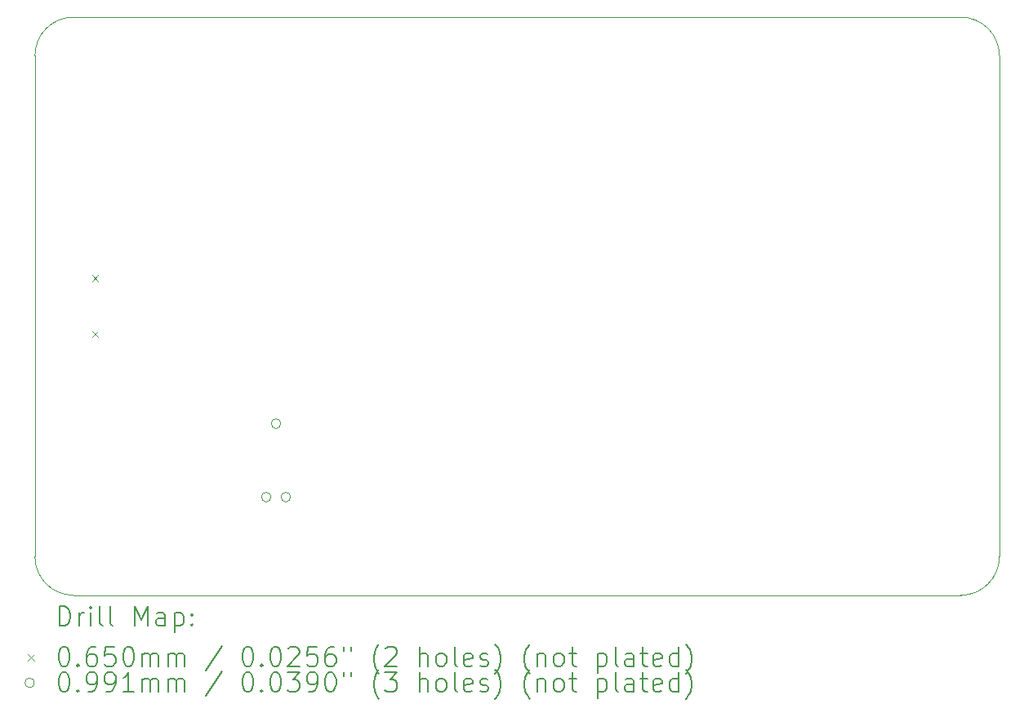
<source format=gbr>
%TF.GenerationSoftware,KiCad,Pcbnew,9.0.2*%
%TF.CreationDate,2025-06-25T17:31:34+02:00*%
%TF.ProjectId,nuku-carrier-template-basic,6e756b75-2d63-4617-9272-6965722d7465,0*%
%TF.SameCoordinates,Original*%
%TF.FileFunction,Drillmap*%
%TF.FilePolarity,Positive*%
%FSLAX45Y45*%
G04 Gerber Fmt 4.5, Leading zero omitted, Abs format (unit mm)*
G04 Created by KiCad (PCBNEW 9.0.2) date 2025-06-25 17:31:34*
%MOMM*%
%LPD*%
G01*
G04 APERTURE LIST*
%ADD10C,0.100000*%
%ADD11C,0.200000*%
G04 APERTURE END LIST*
D10*
X19250000Y-13100000D02*
G75*
G02*
X18850000Y-13500000I-400000J0D01*
G01*
X19250000Y-7900000D02*
X19250000Y-13100000D01*
X9650000Y-7500000D02*
X18850000Y-7500000D01*
X9650000Y-13500000D02*
G75*
G02*
X9250000Y-13100000I0J400000D01*
G01*
X9250000Y-13100000D02*
X9250000Y-7900000D01*
X18850000Y-7500000D02*
G75*
G02*
X19250000Y-7900000I0J-400000D01*
G01*
X18850000Y-13500000D02*
X9650000Y-13500000D01*
X9250000Y-7900000D02*
G75*
G02*
X9650000Y-7500000I400000J0D01*
G01*
D11*
D10*
X9842500Y-10178500D02*
X9907500Y-10243500D01*
X9907500Y-10178500D02*
X9842500Y-10243500D01*
X9842500Y-10756500D02*
X9907500Y-10821500D01*
X9907500Y-10756500D02*
X9842500Y-10821500D01*
X11697930Y-12481000D02*
G75*
G02*
X11598870Y-12481000I-49530J0D01*
G01*
X11598870Y-12481000D02*
G75*
G02*
X11697930Y-12481000I49530J0D01*
G01*
X11799530Y-11719000D02*
G75*
G02*
X11700470Y-11719000I-49530J0D01*
G01*
X11700470Y-11719000D02*
G75*
G02*
X11799530Y-11719000I49530J0D01*
G01*
X11901130Y-12481000D02*
G75*
G02*
X11802070Y-12481000I-49530J0D01*
G01*
X11802070Y-12481000D02*
G75*
G02*
X11901130Y-12481000I49530J0D01*
G01*
D11*
X9505777Y-13816484D02*
X9505777Y-13616484D01*
X9505777Y-13616484D02*
X9553396Y-13616484D01*
X9553396Y-13616484D02*
X9581967Y-13626008D01*
X9581967Y-13626008D02*
X9601015Y-13645055D01*
X9601015Y-13645055D02*
X9610539Y-13664103D01*
X9610539Y-13664103D02*
X9620063Y-13702198D01*
X9620063Y-13702198D02*
X9620063Y-13730769D01*
X9620063Y-13730769D02*
X9610539Y-13768865D01*
X9610539Y-13768865D02*
X9601015Y-13787912D01*
X9601015Y-13787912D02*
X9581967Y-13806960D01*
X9581967Y-13806960D02*
X9553396Y-13816484D01*
X9553396Y-13816484D02*
X9505777Y-13816484D01*
X9705777Y-13816484D02*
X9705777Y-13683150D01*
X9705777Y-13721246D02*
X9715301Y-13702198D01*
X9715301Y-13702198D02*
X9724824Y-13692674D01*
X9724824Y-13692674D02*
X9743872Y-13683150D01*
X9743872Y-13683150D02*
X9762920Y-13683150D01*
X9829586Y-13816484D02*
X9829586Y-13683150D01*
X9829586Y-13616484D02*
X9820063Y-13626008D01*
X9820063Y-13626008D02*
X9829586Y-13635531D01*
X9829586Y-13635531D02*
X9839110Y-13626008D01*
X9839110Y-13626008D02*
X9829586Y-13616484D01*
X9829586Y-13616484D02*
X9829586Y-13635531D01*
X9953396Y-13816484D02*
X9934348Y-13806960D01*
X9934348Y-13806960D02*
X9924824Y-13787912D01*
X9924824Y-13787912D02*
X9924824Y-13616484D01*
X10058158Y-13816484D02*
X10039110Y-13806960D01*
X10039110Y-13806960D02*
X10029586Y-13787912D01*
X10029586Y-13787912D02*
X10029586Y-13616484D01*
X10286729Y-13816484D02*
X10286729Y-13616484D01*
X10286729Y-13616484D02*
X10353396Y-13759341D01*
X10353396Y-13759341D02*
X10420063Y-13616484D01*
X10420063Y-13616484D02*
X10420063Y-13816484D01*
X10601015Y-13816484D02*
X10601015Y-13711722D01*
X10601015Y-13711722D02*
X10591491Y-13692674D01*
X10591491Y-13692674D02*
X10572444Y-13683150D01*
X10572444Y-13683150D02*
X10534348Y-13683150D01*
X10534348Y-13683150D02*
X10515301Y-13692674D01*
X10601015Y-13806960D02*
X10581967Y-13816484D01*
X10581967Y-13816484D02*
X10534348Y-13816484D01*
X10534348Y-13816484D02*
X10515301Y-13806960D01*
X10515301Y-13806960D02*
X10505777Y-13787912D01*
X10505777Y-13787912D02*
X10505777Y-13768865D01*
X10505777Y-13768865D02*
X10515301Y-13749817D01*
X10515301Y-13749817D02*
X10534348Y-13740293D01*
X10534348Y-13740293D02*
X10581967Y-13740293D01*
X10581967Y-13740293D02*
X10601015Y-13730769D01*
X10696253Y-13683150D02*
X10696253Y-13883150D01*
X10696253Y-13692674D02*
X10715301Y-13683150D01*
X10715301Y-13683150D02*
X10753396Y-13683150D01*
X10753396Y-13683150D02*
X10772444Y-13692674D01*
X10772444Y-13692674D02*
X10781967Y-13702198D01*
X10781967Y-13702198D02*
X10791491Y-13721246D01*
X10791491Y-13721246D02*
X10791491Y-13778388D01*
X10791491Y-13778388D02*
X10781967Y-13797436D01*
X10781967Y-13797436D02*
X10772444Y-13806960D01*
X10772444Y-13806960D02*
X10753396Y-13816484D01*
X10753396Y-13816484D02*
X10715301Y-13816484D01*
X10715301Y-13816484D02*
X10696253Y-13806960D01*
X10877205Y-13797436D02*
X10886729Y-13806960D01*
X10886729Y-13806960D02*
X10877205Y-13816484D01*
X10877205Y-13816484D02*
X10867682Y-13806960D01*
X10867682Y-13806960D02*
X10877205Y-13797436D01*
X10877205Y-13797436D02*
X10877205Y-13816484D01*
X10877205Y-13692674D02*
X10886729Y-13702198D01*
X10886729Y-13702198D02*
X10877205Y-13711722D01*
X10877205Y-13711722D02*
X10867682Y-13702198D01*
X10867682Y-13702198D02*
X10877205Y-13692674D01*
X10877205Y-13692674D02*
X10877205Y-13711722D01*
D10*
X9180000Y-14112500D02*
X9245000Y-14177500D01*
X9245000Y-14112500D02*
X9180000Y-14177500D01*
D11*
X9543872Y-14036484D02*
X9562920Y-14036484D01*
X9562920Y-14036484D02*
X9581967Y-14046008D01*
X9581967Y-14046008D02*
X9591491Y-14055531D01*
X9591491Y-14055531D02*
X9601015Y-14074579D01*
X9601015Y-14074579D02*
X9610539Y-14112674D01*
X9610539Y-14112674D02*
X9610539Y-14160293D01*
X9610539Y-14160293D02*
X9601015Y-14198388D01*
X9601015Y-14198388D02*
X9591491Y-14217436D01*
X9591491Y-14217436D02*
X9581967Y-14226960D01*
X9581967Y-14226960D02*
X9562920Y-14236484D01*
X9562920Y-14236484D02*
X9543872Y-14236484D01*
X9543872Y-14236484D02*
X9524824Y-14226960D01*
X9524824Y-14226960D02*
X9515301Y-14217436D01*
X9515301Y-14217436D02*
X9505777Y-14198388D01*
X9505777Y-14198388D02*
X9496253Y-14160293D01*
X9496253Y-14160293D02*
X9496253Y-14112674D01*
X9496253Y-14112674D02*
X9505777Y-14074579D01*
X9505777Y-14074579D02*
X9515301Y-14055531D01*
X9515301Y-14055531D02*
X9524824Y-14046008D01*
X9524824Y-14046008D02*
X9543872Y-14036484D01*
X9696253Y-14217436D02*
X9705777Y-14226960D01*
X9705777Y-14226960D02*
X9696253Y-14236484D01*
X9696253Y-14236484D02*
X9686729Y-14226960D01*
X9686729Y-14226960D02*
X9696253Y-14217436D01*
X9696253Y-14217436D02*
X9696253Y-14236484D01*
X9877205Y-14036484D02*
X9839110Y-14036484D01*
X9839110Y-14036484D02*
X9820063Y-14046008D01*
X9820063Y-14046008D02*
X9810539Y-14055531D01*
X9810539Y-14055531D02*
X9791491Y-14084103D01*
X9791491Y-14084103D02*
X9781967Y-14122198D01*
X9781967Y-14122198D02*
X9781967Y-14198388D01*
X9781967Y-14198388D02*
X9791491Y-14217436D01*
X9791491Y-14217436D02*
X9801015Y-14226960D01*
X9801015Y-14226960D02*
X9820063Y-14236484D01*
X9820063Y-14236484D02*
X9858158Y-14236484D01*
X9858158Y-14236484D02*
X9877205Y-14226960D01*
X9877205Y-14226960D02*
X9886729Y-14217436D01*
X9886729Y-14217436D02*
X9896253Y-14198388D01*
X9896253Y-14198388D02*
X9896253Y-14150769D01*
X9896253Y-14150769D02*
X9886729Y-14131722D01*
X9886729Y-14131722D02*
X9877205Y-14122198D01*
X9877205Y-14122198D02*
X9858158Y-14112674D01*
X9858158Y-14112674D02*
X9820063Y-14112674D01*
X9820063Y-14112674D02*
X9801015Y-14122198D01*
X9801015Y-14122198D02*
X9791491Y-14131722D01*
X9791491Y-14131722D02*
X9781967Y-14150769D01*
X10077205Y-14036484D02*
X9981967Y-14036484D01*
X9981967Y-14036484D02*
X9972444Y-14131722D01*
X9972444Y-14131722D02*
X9981967Y-14122198D01*
X9981967Y-14122198D02*
X10001015Y-14112674D01*
X10001015Y-14112674D02*
X10048634Y-14112674D01*
X10048634Y-14112674D02*
X10067682Y-14122198D01*
X10067682Y-14122198D02*
X10077205Y-14131722D01*
X10077205Y-14131722D02*
X10086729Y-14150769D01*
X10086729Y-14150769D02*
X10086729Y-14198388D01*
X10086729Y-14198388D02*
X10077205Y-14217436D01*
X10077205Y-14217436D02*
X10067682Y-14226960D01*
X10067682Y-14226960D02*
X10048634Y-14236484D01*
X10048634Y-14236484D02*
X10001015Y-14236484D01*
X10001015Y-14236484D02*
X9981967Y-14226960D01*
X9981967Y-14226960D02*
X9972444Y-14217436D01*
X10210539Y-14036484D02*
X10229586Y-14036484D01*
X10229586Y-14036484D02*
X10248634Y-14046008D01*
X10248634Y-14046008D02*
X10258158Y-14055531D01*
X10258158Y-14055531D02*
X10267682Y-14074579D01*
X10267682Y-14074579D02*
X10277205Y-14112674D01*
X10277205Y-14112674D02*
X10277205Y-14160293D01*
X10277205Y-14160293D02*
X10267682Y-14198388D01*
X10267682Y-14198388D02*
X10258158Y-14217436D01*
X10258158Y-14217436D02*
X10248634Y-14226960D01*
X10248634Y-14226960D02*
X10229586Y-14236484D01*
X10229586Y-14236484D02*
X10210539Y-14236484D01*
X10210539Y-14236484D02*
X10191491Y-14226960D01*
X10191491Y-14226960D02*
X10181967Y-14217436D01*
X10181967Y-14217436D02*
X10172444Y-14198388D01*
X10172444Y-14198388D02*
X10162920Y-14160293D01*
X10162920Y-14160293D02*
X10162920Y-14112674D01*
X10162920Y-14112674D02*
X10172444Y-14074579D01*
X10172444Y-14074579D02*
X10181967Y-14055531D01*
X10181967Y-14055531D02*
X10191491Y-14046008D01*
X10191491Y-14046008D02*
X10210539Y-14036484D01*
X10362920Y-14236484D02*
X10362920Y-14103150D01*
X10362920Y-14122198D02*
X10372444Y-14112674D01*
X10372444Y-14112674D02*
X10391491Y-14103150D01*
X10391491Y-14103150D02*
X10420063Y-14103150D01*
X10420063Y-14103150D02*
X10439110Y-14112674D01*
X10439110Y-14112674D02*
X10448634Y-14131722D01*
X10448634Y-14131722D02*
X10448634Y-14236484D01*
X10448634Y-14131722D02*
X10458158Y-14112674D01*
X10458158Y-14112674D02*
X10477205Y-14103150D01*
X10477205Y-14103150D02*
X10505777Y-14103150D01*
X10505777Y-14103150D02*
X10524825Y-14112674D01*
X10524825Y-14112674D02*
X10534348Y-14131722D01*
X10534348Y-14131722D02*
X10534348Y-14236484D01*
X10629586Y-14236484D02*
X10629586Y-14103150D01*
X10629586Y-14122198D02*
X10639110Y-14112674D01*
X10639110Y-14112674D02*
X10658158Y-14103150D01*
X10658158Y-14103150D02*
X10686729Y-14103150D01*
X10686729Y-14103150D02*
X10705777Y-14112674D01*
X10705777Y-14112674D02*
X10715301Y-14131722D01*
X10715301Y-14131722D02*
X10715301Y-14236484D01*
X10715301Y-14131722D02*
X10724825Y-14112674D01*
X10724825Y-14112674D02*
X10743872Y-14103150D01*
X10743872Y-14103150D02*
X10772444Y-14103150D01*
X10772444Y-14103150D02*
X10791491Y-14112674D01*
X10791491Y-14112674D02*
X10801015Y-14131722D01*
X10801015Y-14131722D02*
X10801015Y-14236484D01*
X11191491Y-14026960D02*
X11020063Y-14284103D01*
X11448634Y-14036484D02*
X11467682Y-14036484D01*
X11467682Y-14036484D02*
X11486729Y-14046008D01*
X11486729Y-14046008D02*
X11496253Y-14055531D01*
X11496253Y-14055531D02*
X11505777Y-14074579D01*
X11505777Y-14074579D02*
X11515301Y-14112674D01*
X11515301Y-14112674D02*
X11515301Y-14160293D01*
X11515301Y-14160293D02*
X11505777Y-14198388D01*
X11505777Y-14198388D02*
X11496253Y-14217436D01*
X11496253Y-14217436D02*
X11486729Y-14226960D01*
X11486729Y-14226960D02*
X11467682Y-14236484D01*
X11467682Y-14236484D02*
X11448634Y-14236484D01*
X11448634Y-14236484D02*
X11429586Y-14226960D01*
X11429586Y-14226960D02*
X11420063Y-14217436D01*
X11420063Y-14217436D02*
X11410539Y-14198388D01*
X11410539Y-14198388D02*
X11401015Y-14160293D01*
X11401015Y-14160293D02*
X11401015Y-14112674D01*
X11401015Y-14112674D02*
X11410539Y-14074579D01*
X11410539Y-14074579D02*
X11420063Y-14055531D01*
X11420063Y-14055531D02*
X11429586Y-14046008D01*
X11429586Y-14046008D02*
X11448634Y-14036484D01*
X11601015Y-14217436D02*
X11610539Y-14226960D01*
X11610539Y-14226960D02*
X11601015Y-14236484D01*
X11601015Y-14236484D02*
X11591491Y-14226960D01*
X11591491Y-14226960D02*
X11601015Y-14217436D01*
X11601015Y-14217436D02*
X11601015Y-14236484D01*
X11734348Y-14036484D02*
X11753396Y-14036484D01*
X11753396Y-14036484D02*
X11772444Y-14046008D01*
X11772444Y-14046008D02*
X11781967Y-14055531D01*
X11781967Y-14055531D02*
X11791491Y-14074579D01*
X11791491Y-14074579D02*
X11801015Y-14112674D01*
X11801015Y-14112674D02*
X11801015Y-14160293D01*
X11801015Y-14160293D02*
X11791491Y-14198388D01*
X11791491Y-14198388D02*
X11781967Y-14217436D01*
X11781967Y-14217436D02*
X11772444Y-14226960D01*
X11772444Y-14226960D02*
X11753396Y-14236484D01*
X11753396Y-14236484D02*
X11734348Y-14236484D01*
X11734348Y-14236484D02*
X11715301Y-14226960D01*
X11715301Y-14226960D02*
X11705777Y-14217436D01*
X11705777Y-14217436D02*
X11696253Y-14198388D01*
X11696253Y-14198388D02*
X11686729Y-14160293D01*
X11686729Y-14160293D02*
X11686729Y-14112674D01*
X11686729Y-14112674D02*
X11696253Y-14074579D01*
X11696253Y-14074579D02*
X11705777Y-14055531D01*
X11705777Y-14055531D02*
X11715301Y-14046008D01*
X11715301Y-14046008D02*
X11734348Y-14036484D01*
X11877206Y-14055531D02*
X11886729Y-14046008D01*
X11886729Y-14046008D02*
X11905777Y-14036484D01*
X11905777Y-14036484D02*
X11953396Y-14036484D01*
X11953396Y-14036484D02*
X11972444Y-14046008D01*
X11972444Y-14046008D02*
X11981967Y-14055531D01*
X11981967Y-14055531D02*
X11991491Y-14074579D01*
X11991491Y-14074579D02*
X11991491Y-14093627D01*
X11991491Y-14093627D02*
X11981967Y-14122198D01*
X11981967Y-14122198D02*
X11867682Y-14236484D01*
X11867682Y-14236484D02*
X11991491Y-14236484D01*
X12172444Y-14036484D02*
X12077206Y-14036484D01*
X12077206Y-14036484D02*
X12067682Y-14131722D01*
X12067682Y-14131722D02*
X12077206Y-14122198D01*
X12077206Y-14122198D02*
X12096253Y-14112674D01*
X12096253Y-14112674D02*
X12143872Y-14112674D01*
X12143872Y-14112674D02*
X12162920Y-14122198D01*
X12162920Y-14122198D02*
X12172444Y-14131722D01*
X12172444Y-14131722D02*
X12181967Y-14150769D01*
X12181967Y-14150769D02*
X12181967Y-14198388D01*
X12181967Y-14198388D02*
X12172444Y-14217436D01*
X12172444Y-14217436D02*
X12162920Y-14226960D01*
X12162920Y-14226960D02*
X12143872Y-14236484D01*
X12143872Y-14236484D02*
X12096253Y-14236484D01*
X12096253Y-14236484D02*
X12077206Y-14226960D01*
X12077206Y-14226960D02*
X12067682Y-14217436D01*
X12353396Y-14036484D02*
X12315301Y-14036484D01*
X12315301Y-14036484D02*
X12296253Y-14046008D01*
X12296253Y-14046008D02*
X12286729Y-14055531D01*
X12286729Y-14055531D02*
X12267682Y-14084103D01*
X12267682Y-14084103D02*
X12258158Y-14122198D01*
X12258158Y-14122198D02*
X12258158Y-14198388D01*
X12258158Y-14198388D02*
X12267682Y-14217436D01*
X12267682Y-14217436D02*
X12277206Y-14226960D01*
X12277206Y-14226960D02*
X12296253Y-14236484D01*
X12296253Y-14236484D02*
X12334348Y-14236484D01*
X12334348Y-14236484D02*
X12353396Y-14226960D01*
X12353396Y-14226960D02*
X12362920Y-14217436D01*
X12362920Y-14217436D02*
X12372444Y-14198388D01*
X12372444Y-14198388D02*
X12372444Y-14150769D01*
X12372444Y-14150769D02*
X12362920Y-14131722D01*
X12362920Y-14131722D02*
X12353396Y-14122198D01*
X12353396Y-14122198D02*
X12334348Y-14112674D01*
X12334348Y-14112674D02*
X12296253Y-14112674D01*
X12296253Y-14112674D02*
X12277206Y-14122198D01*
X12277206Y-14122198D02*
X12267682Y-14131722D01*
X12267682Y-14131722D02*
X12258158Y-14150769D01*
X12448634Y-14036484D02*
X12448634Y-14074579D01*
X12524825Y-14036484D02*
X12524825Y-14074579D01*
X12820063Y-14312674D02*
X12810539Y-14303150D01*
X12810539Y-14303150D02*
X12791491Y-14274579D01*
X12791491Y-14274579D02*
X12781968Y-14255531D01*
X12781968Y-14255531D02*
X12772444Y-14226960D01*
X12772444Y-14226960D02*
X12762920Y-14179341D01*
X12762920Y-14179341D02*
X12762920Y-14141246D01*
X12762920Y-14141246D02*
X12772444Y-14093627D01*
X12772444Y-14093627D02*
X12781968Y-14065055D01*
X12781968Y-14065055D02*
X12791491Y-14046008D01*
X12791491Y-14046008D02*
X12810539Y-14017436D01*
X12810539Y-14017436D02*
X12820063Y-14007912D01*
X12886729Y-14055531D02*
X12896253Y-14046008D01*
X12896253Y-14046008D02*
X12915301Y-14036484D01*
X12915301Y-14036484D02*
X12962920Y-14036484D01*
X12962920Y-14036484D02*
X12981968Y-14046008D01*
X12981968Y-14046008D02*
X12991491Y-14055531D01*
X12991491Y-14055531D02*
X13001015Y-14074579D01*
X13001015Y-14074579D02*
X13001015Y-14093627D01*
X13001015Y-14093627D02*
X12991491Y-14122198D01*
X12991491Y-14122198D02*
X12877206Y-14236484D01*
X12877206Y-14236484D02*
X13001015Y-14236484D01*
X13239110Y-14236484D02*
X13239110Y-14036484D01*
X13324825Y-14236484D02*
X13324825Y-14131722D01*
X13324825Y-14131722D02*
X13315301Y-14112674D01*
X13315301Y-14112674D02*
X13296253Y-14103150D01*
X13296253Y-14103150D02*
X13267682Y-14103150D01*
X13267682Y-14103150D02*
X13248634Y-14112674D01*
X13248634Y-14112674D02*
X13239110Y-14122198D01*
X13448634Y-14236484D02*
X13429587Y-14226960D01*
X13429587Y-14226960D02*
X13420063Y-14217436D01*
X13420063Y-14217436D02*
X13410539Y-14198388D01*
X13410539Y-14198388D02*
X13410539Y-14141246D01*
X13410539Y-14141246D02*
X13420063Y-14122198D01*
X13420063Y-14122198D02*
X13429587Y-14112674D01*
X13429587Y-14112674D02*
X13448634Y-14103150D01*
X13448634Y-14103150D02*
X13477206Y-14103150D01*
X13477206Y-14103150D02*
X13496253Y-14112674D01*
X13496253Y-14112674D02*
X13505777Y-14122198D01*
X13505777Y-14122198D02*
X13515301Y-14141246D01*
X13515301Y-14141246D02*
X13515301Y-14198388D01*
X13515301Y-14198388D02*
X13505777Y-14217436D01*
X13505777Y-14217436D02*
X13496253Y-14226960D01*
X13496253Y-14226960D02*
X13477206Y-14236484D01*
X13477206Y-14236484D02*
X13448634Y-14236484D01*
X13629587Y-14236484D02*
X13610539Y-14226960D01*
X13610539Y-14226960D02*
X13601015Y-14207912D01*
X13601015Y-14207912D02*
X13601015Y-14036484D01*
X13781968Y-14226960D02*
X13762920Y-14236484D01*
X13762920Y-14236484D02*
X13724825Y-14236484D01*
X13724825Y-14236484D02*
X13705777Y-14226960D01*
X13705777Y-14226960D02*
X13696253Y-14207912D01*
X13696253Y-14207912D02*
X13696253Y-14131722D01*
X13696253Y-14131722D02*
X13705777Y-14112674D01*
X13705777Y-14112674D02*
X13724825Y-14103150D01*
X13724825Y-14103150D02*
X13762920Y-14103150D01*
X13762920Y-14103150D02*
X13781968Y-14112674D01*
X13781968Y-14112674D02*
X13791491Y-14131722D01*
X13791491Y-14131722D02*
X13791491Y-14150769D01*
X13791491Y-14150769D02*
X13696253Y-14169817D01*
X13867682Y-14226960D02*
X13886730Y-14236484D01*
X13886730Y-14236484D02*
X13924825Y-14236484D01*
X13924825Y-14236484D02*
X13943872Y-14226960D01*
X13943872Y-14226960D02*
X13953396Y-14207912D01*
X13953396Y-14207912D02*
X13953396Y-14198388D01*
X13953396Y-14198388D02*
X13943872Y-14179341D01*
X13943872Y-14179341D02*
X13924825Y-14169817D01*
X13924825Y-14169817D02*
X13896253Y-14169817D01*
X13896253Y-14169817D02*
X13877206Y-14160293D01*
X13877206Y-14160293D02*
X13867682Y-14141246D01*
X13867682Y-14141246D02*
X13867682Y-14131722D01*
X13867682Y-14131722D02*
X13877206Y-14112674D01*
X13877206Y-14112674D02*
X13896253Y-14103150D01*
X13896253Y-14103150D02*
X13924825Y-14103150D01*
X13924825Y-14103150D02*
X13943872Y-14112674D01*
X14020063Y-14312674D02*
X14029587Y-14303150D01*
X14029587Y-14303150D02*
X14048634Y-14274579D01*
X14048634Y-14274579D02*
X14058158Y-14255531D01*
X14058158Y-14255531D02*
X14067682Y-14226960D01*
X14067682Y-14226960D02*
X14077206Y-14179341D01*
X14077206Y-14179341D02*
X14077206Y-14141246D01*
X14077206Y-14141246D02*
X14067682Y-14093627D01*
X14067682Y-14093627D02*
X14058158Y-14065055D01*
X14058158Y-14065055D02*
X14048634Y-14046008D01*
X14048634Y-14046008D02*
X14029587Y-14017436D01*
X14029587Y-14017436D02*
X14020063Y-14007912D01*
X14381968Y-14312674D02*
X14372444Y-14303150D01*
X14372444Y-14303150D02*
X14353396Y-14274579D01*
X14353396Y-14274579D02*
X14343872Y-14255531D01*
X14343872Y-14255531D02*
X14334349Y-14226960D01*
X14334349Y-14226960D02*
X14324825Y-14179341D01*
X14324825Y-14179341D02*
X14324825Y-14141246D01*
X14324825Y-14141246D02*
X14334349Y-14093627D01*
X14334349Y-14093627D02*
X14343872Y-14065055D01*
X14343872Y-14065055D02*
X14353396Y-14046008D01*
X14353396Y-14046008D02*
X14372444Y-14017436D01*
X14372444Y-14017436D02*
X14381968Y-14007912D01*
X14458158Y-14103150D02*
X14458158Y-14236484D01*
X14458158Y-14122198D02*
X14467682Y-14112674D01*
X14467682Y-14112674D02*
X14486730Y-14103150D01*
X14486730Y-14103150D02*
X14515301Y-14103150D01*
X14515301Y-14103150D02*
X14534349Y-14112674D01*
X14534349Y-14112674D02*
X14543872Y-14131722D01*
X14543872Y-14131722D02*
X14543872Y-14236484D01*
X14667682Y-14236484D02*
X14648634Y-14226960D01*
X14648634Y-14226960D02*
X14639111Y-14217436D01*
X14639111Y-14217436D02*
X14629587Y-14198388D01*
X14629587Y-14198388D02*
X14629587Y-14141246D01*
X14629587Y-14141246D02*
X14639111Y-14122198D01*
X14639111Y-14122198D02*
X14648634Y-14112674D01*
X14648634Y-14112674D02*
X14667682Y-14103150D01*
X14667682Y-14103150D02*
X14696253Y-14103150D01*
X14696253Y-14103150D02*
X14715301Y-14112674D01*
X14715301Y-14112674D02*
X14724825Y-14122198D01*
X14724825Y-14122198D02*
X14734349Y-14141246D01*
X14734349Y-14141246D02*
X14734349Y-14198388D01*
X14734349Y-14198388D02*
X14724825Y-14217436D01*
X14724825Y-14217436D02*
X14715301Y-14226960D01*
X14715301Y-14226960D02*
X14696253Y-14236484D01*
X14696253Y-14236484D02*
X14667682Y-14236484D01*
X14791492Y-14103150D02*
X14867682Y-14103150D01*
X14820063Y-14036484D02*
X14820063Y-14207912D01*
X14820063Y-14207912D02*
X14829587Y-14226960D01*
X14829587Y-14226960D02*
X14848634Y-14236484D01*
X14848634Y-14236484D02*
X14867682Y-14236484D01*
X15086730Y-14103150D02*
X15086730Y-14303150D01*
X15086730Y-14112674D02*
X15105777Y-14103150D01*
X15105777Y-14103150D02*
X15143873Y-14103150D01*
X15143873Y-14103150D02*
X15162920Y-14112674D01*
X15162920Y-14112674D02*
X15172444Y-14122198D01*
X15172444Y-14122198D02*
X15181968Y-14141246D01*
X15181968Y-14141246D02*
X15181968Y-14198388D01*
X15181968Y-14198388D02*
X15172444Y-14217436D01*
X15172444Y-14217436D02*
X15162920Y-14226960D01*
X15162920Y-14226960D02*
X15143873Y-14236484D01*
X15143873Y-14236484D02*
X15105777Y-14236484D01*
X15105777Y-14236484D02*
X15086730Y-14226960D01*
X15296253Y-14236484D02*
X15277206Y-14226960D01*
X15277206Y-14226960D02*
X15267682Y-14207912D01*
X15267682Y-14207912D02*
X15267682Y-14036484D01*
X15458158Y-14236484D02*
X15458158Y-14131722D01*
X15458158Y-14131722D02*
X15448634Y-14112674D01*
X15448634Y-14112674D02*
X15429587Y-14103150D01*
X15429587Y-14103150D02*
X15391492Y-14103150D01*
X15391492Y-14103150D02*
X15372444Y-14112674D01*
X15458158Y-14226960D02*
X15439111Y-14236484D01*
X15439111Y-14236484D02*
X15391492Y-14236484D01*
X15391492Y-14236484D02*
X15372444Y-14226960D01*
X15372444Y-14226960D02*
X15362920Y-14207912D01*
X15362920Y-14207912D02*
X15362920Y-14188865D01*
X15362920Y-14188865D02*
X15372444Y-14169817D01*
X15372444Y-14169817D02*
X15391492Y-14160293D01*
X15391492Y-14160293D02*
X15439111Y-14160293D01*
X15439111Y-14160293D02*
X15458158Y-14150769D01*
X15524825Y-14103150D02*
X15601015Y-14103150D01*
X15553396Y-14036484D02*
X15553396Y-14207912D01*
X15553396Y-14207912D02*
X15562920Y-14226960D01*
X15562920Y-14226960D02*
X15581968Y-14236484D01*
X15581968Y-14236484D02*
X15601015Y-14236484D01*
X15743873Y-14226960D02*
X15724825Y-14236484D01*
X15724825Y-14236484D02*
X15686730Y-14236484D01*
X15686730Y-14236484D02*
X15667682Y-14226960D01*
X15667682Y-14226960D02*
X15658158Y-14207912D01*
X15658158Y-14207912D02*
X15658158Y-14131722D01*
X15658158Y-14131722D02*
X15667682Y-14112674D01*
X15667682Y-14112674D02*
X15686730Y-14103150D01*
X15686730Y-14103150D02*
X15724825Y-14103150D01*
X15724825Y-14103150D02*
X15743873Y-14112674D01*
X15743873Y-14112674D02*
X15753396Y-14131722D01*
X15753396Y-14131722D02*
X15753396Y-14150769D01*
X15753396Y-14150769D02*
X15658158Y-14169817D01*
X15924825Y-14236484D02*
X15924825Y-14036484D01*
X15924825Y-14226960D02*
X15905777Y-14236484D01*
X15905777Y-14236484D02*
X15867682Y-14236484D01*
X15867682Y-14236484D02*
X15848634Y-14226960D01*
X15848634Y-14226960D02*
X15839111Y-14217436D01*
X15839111Y-14217436D02*
X15829587Y-14198388D01*
X15829587Y-14198388D02*
X15829587Y-14141246D01*
X15829587Y-14141246D02*
X15839111Y-14122198D01*
X15839111Y-14122198D02*
X15848634Y-14112674D01*
X15848634Y-14112674D02*
X15867682Y-14103150D01*
X15867682Y-14103150D02*
X15905777Y-14103150D01*
X15905777Y-14103150D02*
X15924825Y-14112674D01*
X16001015Y-14312674D02*
X16010539Y-14303150D01*
X16010539Y-14303150D02*
X16029587Y-14274579D01*
X16029587Y-14274579D02*
X16039111Y-14255531D01*
X16039111Y-14255531D02*
X16048634Y-14226960D01*
X16048634Y-14226960D02*
X16058158Y-14179341D01*
X16058158Y-14179341D02*
X16058158Y-14141246D01*
X16058158Y-14141246D02*
X16048634Y-14093627D01*
X16048634Y-14093627D02*
X16039111Y-14065055D01*
X16039111Y-14065055D02*
X16029587Y-14046008D01*
X16029587Y-14046008D02*
X16010539Y-14017436D01*
X16010539Y-14017436D02*
X16001015Y-14007912D01*
D10*
X9245000Y-14409000D02*
G75*
G02*
X9145940Y-14409000I-49530J0D01*
G01*
X9145940Y-14409000D02*
G75*
G02*
X9245000Y-14409000I49530J0D01*
G01*
D11*
X9543872Y-14300484D02*
X9562920Y-14300484D01*
X9562920Y-14300484D02*
X9581967Y-14310008D01*
X9581967Y-14310008D02*
X9591491Y-14319531D01*
X9591491Y-14319531D02*
X9601015Y-14338579D01*
X9601015Y-14338579D02*
X9610539Y-14376674D01*
X9610539Y-14376674D02*
X9610539Y-14424293D01*
X9610539Y-14424293D02*
X9601015Y-14462388D01*
X9601015Y-14462388D02*
X9591491Y-14481436D01*
X9591491Y-14481436D02*
X9581967Y-14490960D01*
X9581967Y-14490960D02*
X9562920Y-14500484D01*
X9562920Y-14500484D02*
X9543872Y-14500484D01*
X9543872Y-14500484D02*
X9524824Y-14490960D01*
X9524824Y-14490960D02*
X9515301Y-14481436D01*
X9515301Y-14481436D02*
X9505777Y-14462388D01*
X9505777Y-14462388D02*
X9496253Y-14424293D01*
X9496253Y-14424293D02*
X9496253Y-14376674D01*
X9496253Y-14376674D02*
X9505777Y-14338579D01*
X9505777Y-14338579D02*
X9515301Y-14319531D01*
X9515301Y-14319531D02*
X9524824Y-14310008D01*
X9524824Y-14310008D02*
X9543872Y-14300484D01*
X9696253Y-14481436D02*
X9705777Y-14490960D01*
X9705777Y-14490960D02*
X9696253Y-14500484D01*
X9696253Y-14500484D02*
X9686729Y-14490960D01*
X9686729Y-14490960D02*
X9696253Y-14481436D01*
X9696253Y-14481436D02*
X9696253Y-14500484D01*
X9801015Y-14500484D02*
X9839110Y-14500484D01*
X9839110Y-14500484D02*
X9858158Y-14490960D01*
X9858158Y-14490960D02*
X9867682Y-14481436D01*
X9867682Y-14481436D02*
X9886729Y-14452865D01*
X9886729Y-14452865D02*
X9896253Y-14414769D01*
X9896253Y-14414769D02*
X9896253Y-14338579D01*
X9896253Y-14338579D02*
X9886729Y-14319531D01*
X9886729Y-14319531D02*
X9877205Y-14310008D01*
X9877205Y-14310008D02*
X9858158Y-14300484D01*
X9858158Y-14300484D02*
X9820063Y-14300484D01*
X9820063Y-14300484D02*
X9801015Y-14310008D01*
X9801015Y-14310008D02*
X9791491Y-14319531D01*
X9791491Y-14319531D02*
X9781967Y-14338579D01*
X9781967Y-14338579D02*
X9781967Y-14386198D01*
X9781967Y-14386198D02*
X9791491Y-14405246D01*
X9791491Y-14405246D02*
X9801015Y-14414769D01*
X9801015Y-14414769D02*
X9820063Y-14424293D01*
X9820063Y-14424293D02*
X9858158Y-14424293D01*
X9858158Y-14424293D02*
X9877205Y-14414769D01*
X9877205Y-14414769D02*
X9886729Y-14405246D01*
X9886729Y-14405246D02*
X9896253Y-14386198D01*
X9991491Y-14500484D02*
X10029586Y-14500484D01*
X10029586Y-14500484D02*
X10048634Y-14490960D01*
X10048634Y-14490960D02*
X10058158Y-14481436D01*
X10058158Y-14481436D02*
X10077205Y-14452865D01*
X10077205Y-14452865D02*
X10086729Y-14414769D01*
X10086729Y-14414769D02*
X10086729Y-14338579D01*
X10086729Y-14338579D02*
X10077205Y-14319531D01*
X10077205Y-14319531D02*
X10067682Y-14310008D01*
X10067682Y-14310008D02*
X10048634Y-14300484D01*
X10048634Y-14300484D02*
X10010539Y-14300484D01*
X10010539Y-14300484D02*
X9991491Y-14310008D01*
X9991491Y-14310008D02*
X9981967Y-14319531D01*
X9981967Y-14319531D02*
X9972444Y-14338579D01*
X9972444Y-14338579D02*
X9972444Y-14386198D01*
X9972444Y-14386198D02*
X9981967Y-14405246D01*
X9981967Y-14405246D02*
X9991491Y-14414769D01*
X9991491Y-14414769D02*
X10010539Y-14424293D01*
X10010539Y-14424293D02*
X10048634Y-14424293D01*
X10048634Y-14424293D02*
X10067682Y-14414769D01*
X10067682Y-14414769D02*
X10077205Y-14405246D01*
X10077205Y-14405246D02*
X10086729Y-14386198D01*
X10277205Y-14500484D02*
X10162920Y-14500484D01*
X10220063Y-14500484D02*
X10220063Y-14300484D01*
X10220063Y-14300484D02*
X10201015Y-14329055D01*
X10201015Y-14329055D02*
X10181967Y-14348103D01*
X10181967Y-14348103D02*
X10162920Y-14357627D01*
X10362920Y-14500484D02*
X10362920Y-14367150D01*
X10362920Y-14386198D02*
X10372444Y-14376674D01*
X10372444Y-14376674D02*
X10391491Y-14367150D01*
X10391491Y-14367150D02*
X10420063Y-14367150D01*
X10420063Y-14367150D02*
X10439110Y-14376674D01*
X10439110Y-14376674D02*
X10448634Y-14395722D01*
X10448634Y-14395722D02*
X10448634Y-14500484D01*
X10448634Y-14395722D02*
X10458158Y-14376674D01*
X10458158Y-14376674D02*
X10477205Y-14367150D01*
X10477205Y-14367150D02*
X10505777Y-14367150D01*
X10505777Y-14367150D02*
X10524825Y-14376674D01*
X10524825Y-14376674D02*
X10534348Y-14395722D01*
X10534348Y-14395722D02*
X10534348Y-14500484D01*
X10629586Y-14500484D02*
X10629586Y-14367150D01*
X10629586Y-14386198D02*
X10639110Y-14376674D01*
X10639110Y-14376674D02*
X10658158Y-14367150D01*
X10658158Y-14367150D02*
X10686729Y-14367150D01*
X10686729Y-14367150D02*
X10705777Y-14376674D01*
X10705777Y-14376674D02*
X10715301Y-14395722D01*
X10715301Y-14395722D02*
X10715301Y-14500484D01*
X10715301Y-14395722D02*
X10724825Y-14376674D01*
X10724825Y-14376674D02*
X10743872Y-14367150D01*
X10743872Y-14367150D02*
X10772444Y-14367150D01*
X10772444Y-14367150D02*
X10791491Y-14376674D01*
X10791491Y-14376674D02*
X10801015Y-14395722D01*
X10801015Y-14395722D02*
X10801015Y-14500484D01*
X11191491Y-14290960D02*
X11020063Y-14548103D01*
X11448634Y-14300484D02*
X11467682Y-14300484D01*
X11467682Y-14300484D02*
X11486729Y-14310008D01*
X11486729Y-14310008D02*
X11496253Y-14319531D01*
X11496253Y-14319531D02*
X11505777Y-14338579D01*
X11505777Y-14338579D02*
X11515301Y-14376674D01*
X11515301Y-14376674D02*
X11515301Y-14424293D01*
X11515301Y-14424293D02*
X11505777Y-14462388D01*
X11505777Y-14462388D02*
X11496253Y-14481436D01*
X11496253Y-14481436D02*
X11486729Y-14490960D01*
X11486729Y-14490960D02*
X11467682Y-14500484D01*
X11467682Y-14500484D02*
X11448634Y-14500484D01*
X11448634Y-14500484D02*
X11429586Y-14490960D01*
X11429586Y-14490960D02*
X11420063Y-14481436D01*
X11420063Y-14481436D02*
X11410539Y-14462388D01*
X11410539Y-14462388D02*
X11401015Y-14424293D01*
X11401015Y-14424293D02*
X11401015Y-14376674D01*
X11401015Y-14376674D02*
X11410539Y-14338579D01*
X11410539Y-14338579D02*
X11420063Y-14319531D01*
X11420063Y-14319531D02*
X11429586Y-14310008D01*
X11429586Y-14310008D02*
X11448634Y-14300484D01*
X11601015Y-14481436D02*
X11610539Y-14490960D01*
X11610539Y-14490960D02*
X11601015Y-14500484D01*
X11601015Y-14500484D02*
X11591491Y-14490960D01*
X11591491Y-14490960D02*
X11601015Y-14481436D01*
X11601015Y-14481436D02*
X11601015Y-14500484D01*
X11734348Y-14300484D02*
X11753396Y-14300484D01*
X11753396Y-14300484D02*
X11772444Y-14310008D01*
X11772444Y-14310008D02*
X11781967Y-14319531D01*
X11781967Y-14319531D02*
X11791491Y-14338579D01*
X11791491Y-14338579D02*
X11801015Y-14376674D01*
X11801015Y-14376674D02*
X11801015Y-14424293D01*
X11801015Y-14424293D02*
X11791491Y-14462388D01*
X11791491Y-14462388D02*
X11781967Y-14481436D01*
X11781967Y-14481436D02*
X11772444Y-14490960D01*
X11772444Y-14490960D02*
X11753396Y-14500484D01*
X11753396Y-14500484D02*
X11734348Y-14500484D01*
X11734348Y-14500484D02*
X11715301Y-14490960D01*
X11715301Y-14490960D02*
X11705777Y-14481436D01*
X11705777Y-14481436D02*
X11696253Y-14462388D01*
X11696253Y-14462388D02*
X11686729Y-14424293D01*
X11686729Y-14424293D02*
X11686729Y-14376674D01*
X11686729Y-14376674D02*
X11696253Y-14338579D01*
X11696253Y-14338579D02*
X11705777Y-14319531D01*
X11705777Y-14319531D02*
X11715301Y-14310008D01*
X11715301Y-14310008D02*
X11734348Y-14300484D01*
X11867682Y-14300484D02*
X11991491Y-14300484D01*
X11991491Y-14300484D02*
X11924825Y-14376674D01*
X11924825Y-14376674D02*
X11953396Y-14376674D01*
X11953396Y-14376674D02*
X11972444Y-14386198D01*
X11972444Y-14386198D02*
X11981967Y-14395722D01*
X11981967Y-14395722D02*
X11991491Y-14414769D01*
X11991491Y-14414769D02*
X11991491Y-14462388D01*
X11991491Y-14462388D02*
X11981967Y-14481436D01*
X11981967Y-14481436D02*
X11972444Y-14490960D01*
X11972444Y-14490960D02*
X11953396Y-14500484D01*
X11953396Y-14500484D02*
X11896253Y-14500484D01*
X11896253Y-14500484D02*
X11877206Y-14490960D01*
X11877206Y-14490960D02*
X11867682Y-14481436D01*
X12086729Y-14500484D02*
X12124825Y-14500484D01*
X12124825Y-14500484D02*
X12143872Y-14490960D01*
X12143872Y-14490960D02*
X12153396Y-14481436D01*
X12153396Y-14481436D02*
X12172444Y-14452865D01*
X12172444Y-14452865D02*
X12181967Y-14414769D01*
X12181967Y-14414769D02*
X12181967Y-14338579D01*
X12181967Y-14338579D02*
X12172444Y-14319531D01*
X12172444Y-14319531D02*
X12162920Y-14310008D01*
X12162920Y-14310008D02*
X12143872Y-14300484D01*
X12143872Y-14300484D02*
X12105777Y-14300484D01*
X12105777Y-14300484D02*
X12086729Y-14310008D01*
X12086729Y-14310008D02*
X12077206Y-14319531D01*
X12077206Y-14319531D02*
X12067682Y-14338579D01*
X12067682Y-14338579D02*
X12067682Y-14386198D01*
X12067682Y-14386198D02*
X12077206Y-14405246D01*
X12077206Y-14405246D02*
X12086729Y-14414769D01*
X12086729Y-14414769D02*
X12105777Y-14424293D01*
X12105777Y-14424293D02*
X12143872Y-14424293D01*
X12143872Y-14424293D02*
X12162920Y-14414769D01*
X12162920Y-14414769D02*
X12172444Y-14405246D01*
X12172444Y-14405246D02*
X12181967Y-14386198D01*
X12305777Y-14300484D02*
X12324825Y-14300484D01*
X12324825Y-14300484D02*
X12343872Y-14310008D01*
X12343872Y-14310008D02*
X12353396Y-14319531D01*
X12353396Y-14319531D02*
X12362920Y-14338579D01*
X12362920Y-14338579D02*
X12372444Y-14376674D01*
X12372444Y-14376674D02*
X12372444Y-14424293D01*
X12372444Y-14424293D02*
X12362920Y-14462388D01*
X12362920Y-14462388D02*
X12353396Y-14481436D01*
X12353396Y-14481436D02*
X12343872Y-14490960D01*
X12343872Y-14490960D02*
X12324825Y-14500484D01*
X12324825Y-14500484D02*
X12305777Y-14500484D01*
X12305777Y-14500484D02*
X12286729Y-14490960D01*
X12286729Y-14490960D02*
X12277206Y-14481436D01*
X12277206Y-14481436D02*
X12267682Y-14462388D01*
X12267682Y-14462388D02*
X12258158Y-14424293D01*
X12258158Y-14424293D02*
X12258158Y-14376674D01*
X12258158Y-14376674D02*
X12267682Y-14338579D01*
X12267682Y-14338579D02*
X12277206Y-14319531D01*
X12277206Y-14319531D02*
X12286729Y-14310008D01*
X12286729Y-14310008D02*
X12305777Y-14300484D01*
X12448634Y-14300484D02*
X12448634Y-14338579D01*
X12524825Y-14300484D02*
X12524825Y-14338579D01*
X12820063Y-14576674D02*
X12810539Y-14567150D01*
X12810539Y-14567150D02*
X12791491Y-14538579D01*
X12791491Y-14538579D02*
X12781968Y-14519531D01*
X12781968Y-14519531D02*
X12772444Y-14490960D01*
X12772444Y-14490960D02*
X12762920Y-14443341D01*
X12762920Y-14443341D02*
X12762920Y-14405246D01*
X12762920Y-14405246D02*
X12772444Y-14357627D01*
X12772444Y-14357627D02*
X12781968Y-14329055D01*
X12781968Y-14329055D02*
X12791491Y-14310008D01*
X12791491Y-14310008D02*
X12810539Y-14281436D01*
X12810539Y-14281436D02*
X12820063Y-14271912D01*
X12877206Y-14300484D02*
X13001015Y-14300484D01*
X13001015Y-14300484D02*
X12934348Y-14376674D01*
X12934348Y-14376674D02*
X12962920Y-14376674D01*
X12962920Y-14376674D02*
X12981968Y-14386198D01*
X12981968Y-14386198D02*
X12991491Y-14395722D01*
X12991491Y-14395722D02*
X13001015Y-14414769D01*
X13001015Y-14414769D02*
X13001015Y-14462388D01*
X13001015Y-14462388D02*
X12991491Y-14481436D01*
X12991491Y-14481436D02*
X12981968Y-14490960D01*
X12981968Y-14490960D02*
X12962920Y-14500484D01*
X12962920Y-14500484D02*
X12905777Y-14500484D01*
X12905777Y-14500484D02*
X12886729Y-14490960D01*
X12886729Y-14490960D02*
X12877206Y-14481436D01*
X13239110Y-14500484D02*
X13239110Y-14300484D01*
X13324825Y-14500484D02*
X13324825Y-14395722D01*
X13324825Y-14395722D02*
X13315301Y-14376674D01*
X13315301Y-14376674D02*
X13296253Y-14367150D01*
X13296253Y-14367150D02*
X13267682Y-14367150D01*
X13267682Y-14367150D02*
X13248634Y-14376674D01*
X13248634Y-14376674D02*
X13239110Y-14386198D01*
X13448634Y-14500484D02*
X13429587Y-14490960D01*
X13429587Y-14490960D02*
X13420063Y-14481436D01*
X13420063Y-14481436D02*
X13410539Y-14462388D01*
X13410539Y-14462388D02*
X13410539Y-14405246D01*
X13410539Y-14405246D02*
X13420063Y-14386198D01*
X13420063Y-14386198D02*
X13429587Y-14376674D01*
X13429587Y-14376674D02*
X13448634Y-14367150D01*
X13448634Y-14367150D02*
X13477206Y-14367150D01*
X13477206Y-14367150D02*
X13496253Y-14376674D01*
X13496253Y-14376674D02*
X13505777Y-14386198D01*
X13505777Y-14386198D02*
X13515301Y-14405246D01*
X13515301Y-14405246D02*
X13515301Y-14462388D01*
X13515301Y-14462388D02*
X13505777Y-14481436D01*
X13505777Y-14481436D02*
X13496253Y-14490960D01*
X13496253Y-14490960D02*
X13477206Y-14500484D01*
X13477206Y-14500484D02*
X13448634Y-14500484D01*
X13629587Y-14500484D02*
X13610539Y-14490960D01*
X13610539Y-14490960D02*
X13601015Y-14471912D01*
X13601015Y-14471912D02*
X13601015Y-14300484D01*
X13781968Y-14490960D02*
X13762920Y-14500484D01*
X13762920Y-14500484D02*
X13724825Y-14500484D01*
X13724825Y-14500484D02*
X13705777Y-14490960D01*
X13705777Y-14490960D02*
X13696253Y-14471912D01*
X13696253Y-14471912D02*
X13696253Y-14395722D01*
X13696253Y-14395722D02*
X13705777Y-14376674D01*
X13705777Y-14376674D02*
X13724825Y-14367150D01*
X13724825Y-14367150D02*
X13762920Y-14367150D01*
X13762920Y-14367150D02*
X13781968Y-14376674D01*
X13781968Y-14376674D02*
X13791491Y-14395722D01*
X13791491Y-14395722D02*
X13791491Y-14414769D01*
X13791491Y-14414769D02*
X13696253Y-14433817D01*
X13867682Y-14490960D02*
X13886730Y-14500484D01*
X13886730Y-14500484D02*
X13924825Y-14500484D01*
X13924825Y-14500484D02*
X13943872Y-14490960D01*
X13943872Y-14490960D02*
X13953396Y-14471912D01*
X13953396Y-14471912D02*
X13953396Y-14462388D01*
X13953396Y-14462388D02*
X13943872Y-14443341D01*
X13943872Y-14443341D02*
X13924825Y-14433817D01*
X13924825Y-14433817D02*
X13896253Y-14433817D01*
X13896253Y-14433817D02*
X13877206Y-14424293D01*
X13877206Y-14424293D02*
X13867682Y-14405246D01*
X13867682Y-14405246D02*
X13867682Y-14395722D01*
X13867682Y-14395722D02*
X13877206Y-14376674D01*
X13877206Y-14376674D02*
X13896253Y-14367150D01*
X13896253Y-14367150D02*
X13924825Y-14367150D01*
X13924825Y-14367150D02*
X13943872Y-14376674D01*
X14020063Y-14576674D02*
X14029587Y-14567150D01*
X14029587Y-14567150D02*
X14048634Y-14538579D01*
X14048634Y-14538579D02*
X14058158Y-14519531D01*
X14058158Y-14519531D02*
X14067682Y-14490960D01*
X14067682Y-14490960D02*
X14077206Y-14443341D01*
X14077206Y-14443341D02*
X14077206Y-14405246D01*
X14077206Y-14405246D02*
X14067682Y-14357627D01*
X14067682Y-14357627D02*
X14058158Y-14329055D01*
X14058158Y-14329055D02*
X14048634Y-14310008D01*
X14048634Y-14310008D02*
X14029587Y-14281436D01*
X14029587Y-14281436D02*
X14020063Y-14271912D01*
X14381968Y-14576674D02*
X14372444Y-14567150D01*
X14372444Y-14567150D02*
X14353396Y-14538579D01*
X14353396Y-14538579D02*
X14343872Y-14519531D01*
X14343872Y-14519531D02*
X14334349Y-14490960D01*
X14334349Y-14490960D02*
X14324825Y-14443341D01*
X14324825Y-14443341D02*
X14324825Y-14405246D01*
X14324825Y-14405246D02*
X14334349Y-14357627D01*
X14334349Y-14357627D02*
X14343872Y-14329055D01*
X14343872Y-14329055D02*
X14353396Y-14310008D01*
X14353396Y-14310008D02*
X14372444Y-14281436D01*
X14372444Y-14281436D02*
X14381968Y-14271912D01*
X14458158Y-14367150D02*
X14458158Y-14500484D01*
X14458158Y-14386198D02*
X14467682Y-14376674D01*
X14467682Y-14376674D02*
X14486730Y-14367150D01*
X14486730Y-14367150D02*
X14515301Y-14367150D01*
X14515301Y-14367150D02*
X14534349Y-14376674D01*
X14534349Y-14376674D02*
X14543872Y-14395722D01*
X14543872Y-14395722D02*
X14543872Y-14500484D01*
X14667682Y-14500484D02*
X14648634Y-14490960D01*
X14648634Y-14490960D02*
X14639111Y-14481436D01*
X14639111Y-14481436D02*
X14629587Y-14462388D01*
X14629587Y-14462388D02*
X14629587Y-14405246D01*
X14629587Y-14405246D02*
X14639111Y-14386198D01*
X14639111Y-14386198D02*
X14648634Y-14376674D01*
X14648634Y-14376674D02*
X14667682Y-14367150D01*
X14667682Y-14367150D02*
X14696253Y-14367150D01*
X14696253Y-14367150D02*
X14715301Y-14376674D01*
X14715301Y-14376674D02*
X14724825Y-14386198D01*
X14724825Y-14386198D02*
X14734349Y-14405246D01*
X14734349Y-14405246D02*
X14734349Y-14462388D01*
X14734349Y-14462388D02*
X14724825Y-14481436D01*
X14724825Y-14481436D02*
X14715301Y-14490960D01*
X14715301Y-14490960D02*
X14696253Y-14500484D01*
X14696253Y-14500484D02*
X14667682Y-14500484D01*
X14791492Y-14367150D02*
X14867682Y-14367150D01*
X14820063Y-14300484D02*
X14820063Y-14471912D01*
X14820063Y-14471912D02*
X14829587Y-14490960D01*
X14829587Y-14490960D02*
X14848634Y-14500484D01*
X14848634Y-14500484D02*
X14867682Y-14500484D01*
X15086730Y-14367150D02*
X15086730Y-14567150D01*
X15086730Y-14376674D02*
X15105777Y-14367150D01*
X15105777Y-14367150D02*
X15143873Y-14367150D01*
X15143873Y-14367150D02*
X15162920Y-14376674D01*
X15162920Y-14376674D02*
X15172444Y-14386198D01*
X15172444Y-14386198D02*
X15181968Y-14405246D01*
X15181968Y-14405246D02*
X15181968Y-14462388D01*
X15181968Y-14462388D02*
X15172444Y-14481436D01*
X15172444Y-14481436D02*
X15162920Y-14490960D01*
X15162920Y-14490960D02*
X15143873Y-14500484D01*
X15143873Y-14500484D02*
X15105777Y-14500484D01*
X15105777Y-14500484D02*
X15086730Y-14490960D01*
X15296253Y-14500484D02*
X15277206Y-14490960D01*
X15277206Y-14490960D02*
X15267682Y-14471912D01*
X15267682Y-14471912D02*
X15267682Y-14300484D01*
X15458158Y-14500484D02*
X15458158Y-14395722D01*
X15458158Y-14395722D02*
X15448634Y-14376674D01*
X15448634Y-14376674D02*
X15429587Y-14367150D01*
X15429587Y-14367150D02*
X15391492Y-14367150D01*
X15391492Y-14367150D02*
X15372444Y-14376674D01*
X15458158Y-14490960D02*
X15439111Y-14500484D01*
X15439111Y-14500484D02*
X15391492Y-14500484D01*
X15391492Y-14500484D02*
X15372444Y-14490960D01*
X15372444Y-14490960D02*
X15362920Y-14471912D01*
X15362920Y-14471912D02*
X15362920Y-14452865D01*
X15362920Y-14452865D02*
X15372444Y-14433817D01*
X15372444Y-14433817D02*
X15391492Y-14424293D01*
X15391492Y-14424293D02*
X15439111Y-14424293D01*
X15439111Y-14424293D02*
X15458158Y-14414769D01*
X15524825Y-14367150D02*
X15601015Y-14367150D01*
X15553396Y-14300484D02*
X15553396Y-14471912D01*
X15553396Y-14471912D02*
X15562920Y-14490960D01*
X15562920Y-14490960D02*
X15581968Y-14500484D01*
X15581968Y-14500484D02*
X15601015Y-14500484D01*
X15743873Y-14490960D02*
X15724825Y-14500484D01*
X15724825Y-14500484D02*
X15686730Y-14500484D01*
X15686730Y-14500484D02*
X15667682Y-14490960D01*
X15667682Y-14490960D02*
X15658158Y-14471912D01*
X15658158Y-14471912D02*
X15658158Y-14395722D01*
X15658158Y-14395722D02*
X15667682Y-14376674D01*
X15667682Y-14376674D02*
X15686730Y-14367150D01*
X15686730Y-14367150D02*
X15724825Y-14367150D01*
X15724825Y-14367150D02*
X15743873Y-14376674D01*
X15743873Y-14376674D02*
X15753396Y-14395722D01*
X15753396Y-14395722D02*
X15753396Y-14414769D01*
X15753396Y-14414769D02*
X15658158Y-14433817D01*
X15924825Y-14500484D02*
X15924825Y-14300484D01*
X15924825Y-14490960D02*
X15905777Y-14500484D01*
X15905777Y-14500484D02*
X15867682Y-14500484D01*
X15867682Y-14500484D02*
X15848634Y-14490960D01*
X15848634Y-14490960D02*
X15839111Y-14481436D01*
X15839111Y-14481436D02*
X15829587Y-14462388D01*
X15829587Y-14462388D02*
X15829587Y-14405246D01*
X15829587Y-14405246D02*
X15839111Y-14386198D01*
X15839111Y-14386198D02*
X15848634Y-14376674D01*
X15848634Y-14376674D02*
X15867682Y-14367150D01*
X15867682Y-14367150D02*
X15905777Y-14367150D01*
X15905777Y-14367150D02*
X15924825Y-14376674D01*
X16001015Y-14576674D02*
X16010539Y-14567150D01*
X16010539Y-14567150D02*
X16029587Y-14538579D01*
X16029587Y-14538579D02*
X16039111Y-14519531D01*
X16039111Y-14519531D02*
X16048634Y-14490960D01*
X16048634Y-14490960D02*
X16058158Y-14443341D01*
X16058158Y-14443341D02*
X16058158Y-14405246D01*
X16058158Y-14405246D02*
X16048634Y-14357627D01*
X16048634Y-14357627D02*
X16039111Y-14329055D01*
X16039111Y-14329055D02*
X16029587Y-14310008D01*
X16029587Y-14310008D02*
X16010539Y-14281436D01*
X16010539Y-14281436D02*
X16001015Y-14271912D01*
M02*

</source>
